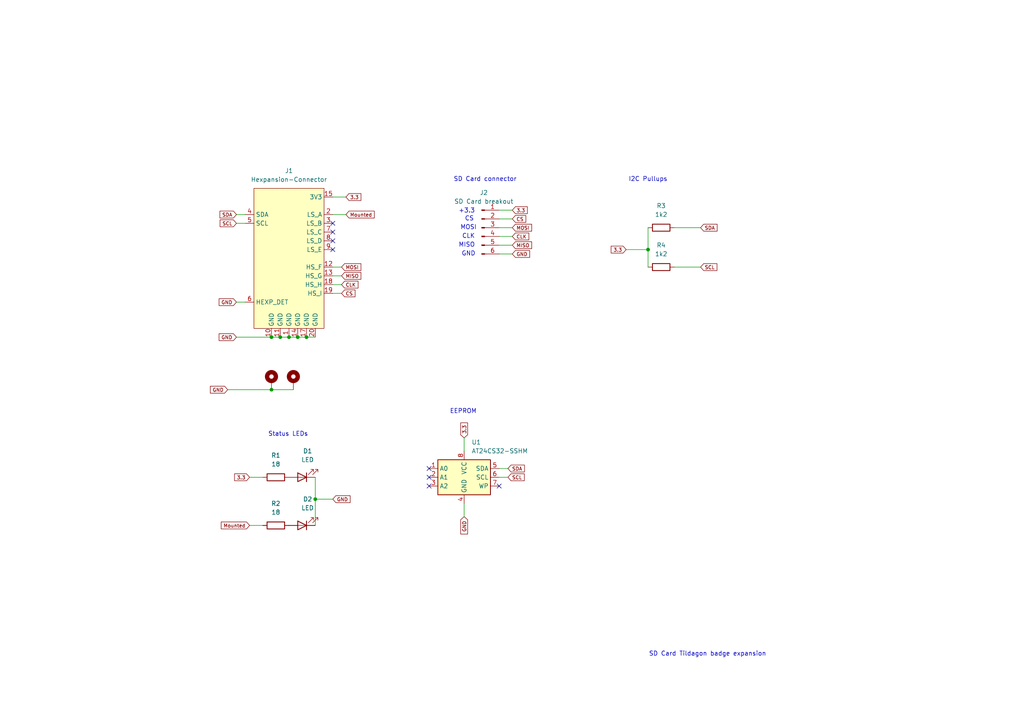
<source format=kicad_sch>
(kicad_sch (version 20250114) (generator "eeschema") (generator_version "9.0")
  (paper "A4")
  (lib_symbols
    (symbol "Connector:Conn_01x06_Pin" (pin_names (offset 1.016) (hide yes))
      (property "Reference" "J" (at 0 7.62 0))
      (property "Value" "Conn_01x06_Pin" (at 0 -10.16 0))
      (symbol "Conn_01x06_Pin_1_1"
        (rectangle (start 0.8636 5.207) (end 0 4.953) (stroke (width 0.1524)) (fill (type outline)))
        (rectangle (start 0.8636 2.667) (end 0 2.413) (stroke (width 0.1524)) (fill (type outline)))
        (rectangle (start 0.8636 0.127) (end 0 -0.127) (stroke (width 0.1524)) (fill (type outline)))
        (rectangle (start 0.8636 -2.413) (end 0 -2.667) (stroke (width 0.1524)) (fill (type outline)))
        (rectangle (start 0.8636 -4.953) (end 0 -5.207) (stroke (width 0.1524)) (fill (type outline)))
        (rectangle (start 0.8636 -7.493) (end 0 -7.747) (stroke (width 0.1524)) (fill (type outline)))
        (polyline (pts (xy 1.27 5.08) (xy 0.8636 5.08)) (stroke (width 0.1524)))
        (polyline (pts (xy 1.27 2.54) (xy 0.8636 2.54)) (stroke (width 0.1524)))
        (polyline (pts (xy 1.27 0) (xy 0.8636 0)) (stroke (width 0.1524)))
        (polyline (pts (xy 1.27 -2.54) (xy 0.8636 -2.54)) (stroke (width 0.1524)))
        (polyline (pts (xy 1.27 -5.08) (xy 0.8636 -5.08)) (stroke (width 0.1524)))
        (polyline (pts (xy 1.27 -7.62) (xy 0.8636 -7.62)) (stroke (width 0.1524)))
        (pin passive line (at 5.08 5.08 180) (length 3.81) (name "Pin_1") (number "1"))
        (pin passive line (at 5.08 2.54 180) (length 3.81) (name "Pin_2") (number "2"))
        (pin passive line (at 5.08 0 180) (length 3.81) (name "Pin_3") (number "3"))
        (pin passive line (at 5.08 -2.54 180) (length 3.81) (name "Pin_4") (number "4"))
        (pin passive line (at 5.08 -5.08 180) (length 3.81) (name "Pin_5") (number "5"))
        (pin passive line (at 5.08 -7.62 180) (length 3.81) (name "Pin_6") (number "6"))
      )
    )
    (symbol "Device:LED" (pin_numbers (hide yes)) (pin_names (offset 1.016) (hide yes))
      (property "Reference" "D" (at 0 2.54 0))
      (property "Value" "LED" (at 0 -2.54 0))
      (symbol "LED_0_1"
        (polyline (pts (xy -3.048 -0.762) (xy -4.572 -2.286) (xy -3.81 -2.286) (xy -4.572 -2.286) (xy -4.572 -1.524)))
        (polyline (pts (xy -1.778 -0.762) (xy -3.302 -2.286) (xy -2.54 -2.286) (xy -3.302 -2.286) (xy -3.302 -1.524)))
        (polyline (pts (xy -1.27 0) (xy 1.27 0)))
        (polyline (pts (xy -1.27 -1.27) (xy -1.27 1.27)) (stroke (width 0.254)))
        (polyline (pts (xy 1.27 -1.27) (xy 1.27 1.27) (xy -1.27 0) (xy 1.27 -1.27)) (stroke (width 0.254)))
      )
      (symbol "LED_1_1"
        (pin passive line (at -3.81 0 0) (length 2.54) (name "K") (number "1"))
        (pin passive line (at 3.81 0 180) (length 2.54) (name "A") (number "2"))
      )
    )
    (symbol "Device:R" (pin_numbers (hide yes)) (pin_names (offset 0))
      (property "Reference" "R" (at 2.032 0 90))
      (property "Value" "R" (at 0 0 90))
      (symbol "R_0_1"
        (rectangle (start -1.016 -2.54) (end 1.016 2.54) (stroke (width 0.254)))
      )
      (symbol "R_1_1"
        (pin passive line (at 0 3.81 270) (length 1.27) (name "~") (number "1"))
        (pin passive line (at 0 -3.81 90) (length 1.27) (name "~") (number "2"))
      )
    )
    (symbol "Mechanical:MountingHole_Pad" (pin_numbers (hide yes)) (pin_names (offset 1.016) (hide yes))
      (property "Reference" "H" (at 0 6.35 0))
      (property "Value" "MountingHole_Pad" (at 0 4.445 0))
      (symbol "MountingHole_Pad_0_1"
        (circle (center 0 1.27) (radius 1.27) (stroke (width 1.27)))
      )
      (symbol "MountingHole_Pad_1_1"
        (pin input line (at 0 -2.54 90) (length 2.54) (name "1") (number "1"))
      )
    )
    (symbol "Memory_EEPROM:AT24CS32-SSHM"
      (property "Reference" "U" (at -7.62 6.35 0))
      (property "Value" "AT24CS32-SSHM" (at 2.54 -6.35 0))
      (symbol "AT24CS32-SSHM_1_1"
        (rectangle (start -7.62 5.08) (end 7.62 -5.08) (stroke (width 0.254)) (fill (type background)))
        (pin input line (at -10.16 2.54 0) (length 2.54) (name "A0") (number "1"))
        (pin input line (at -10.16 0 0) (length 2.54) (name "A1") (number "2"))
        (pin input line (at -10.16 -2.54 0) (length 2.54) (name "A2") (number "3"))
        (pin power_in line (at 0 7.62 270) (length 2.54) (name "VCC") (number "8"))
        (pin power_in line (at 0 -7.62 90) (length 2.54) (name "GND") (number "4"))
        (pin bidirectional line (at 10.16 2.54 180) (length 2.54) (name "SDA") (number "5"))
        (pin input line (at 10.16 0 180) (length 2.54) (name "SCL") (number "6"))
        (pin input line (at 10.16 -2.54 180) (length 2.54) (name "WP") (number "7"))
      )
    )
    (symbol "tildagon:hexpansion-edge-connector" (in_bom no)
      (property "Reference" "J" (at -6.35 17.78 0))
      (property "Value" "Hexpansion-Connector" (at 0 21.59 0))
      (symbol "hexpansion-edge-connector_1_1"
        (rectangle (start -10.16 20.32) (end 10.16 -20.32) (fill (type background)))
        (pin bidirectional line (at -12.7 12.7 0) (length 2.54) (name "SDA") (number "4"))
        (pin output line (at -12.7 10.16 0) (length 2.54) (name "SCL") (number "5"))
        (pin bidirectional line (at -12.7 -12.7 0) (length 2.54) (name "HEXP_DET") (number "6"))
        (pin passive line (at -5.08 -22.86 90) (length 2.54) (name "GND") (number "10"))
        (pin passive line (at -2.54 -22.86 90) (length 2.54) (name "GND") (number "11"))
        (pin power_out line (at 0 -22.86 90) (length 2.54) (name "GND") (number "1"))
        (pin passive line (at 2.54 -22.86 90) (length 2.54) (name "GND") (number "14"))
        (pin passive line (at 5.08 -22.86 90) (length 2.54) (name "GND") (number "17"))
        (pin passive line (at 7.62 -22.86 90) (length 2.54) (name "GND") (number "20"))
        (pin power_out line (at 12.7 17.78 180) (length 2.54) (name "3V3") (number "15"))
        (pin passive line (at 12.7 17.78 180) (length 2.54) (hide yes) (name "3V3") (number "16"))
        (pin bidirectional line (at 12.7 12.7 180) (length 2.54) (name "LS_A") (number "2"))
        (pin bidirectional line (at 12.7 10.16 180) (length 2.54) (name "LS_B") (number "3"))
        (pin bidirectional line (at 12.7 7.62 180) (length 2.54) (name "LS_C") (number "7"))
        (pin bidirectional line (at 12.7 5.08 180) (length 2.54) (name "LS_D") (number "8"))
        (pin bidirectional line (at 12.7 2.54 180) (length 2.54) (name "LS_E") (number "9"))
        (pin bidirectional line (at 12.7 -2.54 180) (length 2.54) (name "HS_F") (number "12"))
        (pin bidirectional line (at 12.7 -5.08 180) (length 2.54) (name "HS_G") (number "13"))
        (pin bidirectional line (at 12.7 -7.62 180) (length 2.54) (name "HS_H") (number "18"))
        (pin bidirectional line (at 12.7 -10.16 180) (length 2.54) (name "HS_I") (number "19"))
      )
    )
  )
  (text "+3.3" (at 135.382 61.214 0) (effects (font (size 1.27 1.27))))
  (text "SD Card connector" (at 140.716 52.07 0) (effects (font (size 1.27 1.27))))
  (text "SD Card Tildagon badge expansion" (at 205.232 189.738 0) (effects (font (size 1.27 1.27))))
  (text "Status LEDs" (at 83.566 125.984 0) (effects (font (size 1.27 1.27))))
  (text "CS" (at 136.144 63.5 0) (effects (font (size 1.27 1.27))))
  (text "I2C Pullups" (at 187.96 52.07 0) (effects (font (size 1.27 1.27))))
  (text "CLK" (at 135.89 68.58 0) (effects (font (size 1.27 1.27))))
  (text "EEPROM" (at 134.366 119.38 0) (effects (font (size 1.27 1.27))))
  (text "GND" (at 135.89 73.66 0) (effects (font (size 1.27 1.27))))
  (text "MISO" (at 135.382 71.12 0) (effects (font (size 1.27 1.27))))
  (text "MOSI" (at 135.89 66.04 0) (effects (font (size 1.27 1.27))))
  (junction (at 88.9 97.79))
  (junction (at 81.28 97.79))
  (junction (at 86.36 97.79))
  (junction (at 83.82 97.79))
  (junction (at 78.74 97.79))
  (junction (at 91.44 144.78))
  (junction (at 187.96 72.39))
  (junction (at 78.74 113.03))
  (no_connect (at 96.52 64.77))
  (no_connect (at 144.78 140.97))
  (no_connect (at 96.52 67.31))
  (no_connect (at 96.52 69.85))
  (no_connect (at 124.46 140.97))
  (no_connect (at 96.52 72.39))
  (no_connect (at 124.46 135.89))
  (no_connect (at 124.46 138.43))
  (wire (pts (xy 68.58 64.77) (xy 71.12 64.77)))
  (wire (pts (xy 78.74 113.03) (xy 85.09 113.03)))
  (wire (pts (xy 81.28 97.79) (xy 83.82 97.79)))
  (wire (pts (xy 96.52 62.23) (xy 100.33 62.23)))
  (wire (pts (xy 96.52 80.01) (xy 99.06 80.01)))
  (wire (pts (xy 83.82 97.79) (xy 86.36 97.79)))
  (wire (pts (xy 86.36 97.79) (xy 88.9 97.79)))
  (wire (pts (xy 96.52 77.47) (xy 99.06 77.47)))
  (wire (pts (xy 144.78 63.5) (xy 148.59 63.5)))
  (wire (pts (xy 195.58 77.47) (xy 203.2 77.47)))
  (wire (pts (xy 134.62 146.05) (xy 134.62 149.86)))
  (wire (pts (xy 91.44 144.78) (xy 91.44 152.4)))
  (wire (pts (xy 91.44 138.43) (xy 91.44 144.78)))
  (wire (pts (xy 181.61 72.39) (xy 187.96 72.39)))
  (wire (pts (xy 68.58 87.63) (xy 71.12 87.63)))
  (wire (pts (xy 144.78 73.66) (xy 148.59 73.66)))
  (wire (pts (xy 96.52 57.15) (xy 100.33 57.15)))
  (wire (pts (xy 144.78 66.04) (xy 148.59 66.04)))
  (wire (pts (xy 187.96 72.39) (xy 187.96 77.47)))
  (wire (pts (xy 144.78 60.96) (xy 148.59 60.96)))
  (wire (pts (xy 144.78 135.89) (xy 147.32 135.89)))
  (wire (pts (xy 144.78 71.12) (xy 148.59 71.12)))
  (wire (pts (xy 134.62 127) (xy 134.62 130.81)))
  (wire (pts (xy 144.78 138.43) (xy 147.32 138.43)))
  (wire (pts (xy 91.44 144.78) (xy 96.52 144.78)))
  (wire (pts (xy 72.39 152.4) (xy 76.2 152.4)))
  (wire (pts (xy 72.39 138.43) (xy 76.2 138.43)))
  (wire (pts (xy 195.58 66.04) (xy 203.2 66.04)))
  (wire (pts (xy 187.96 66.04) (xy 187.96 72.39)))
  (wire (pts (xy 96.52 82.55) (xy 99.06 82.55)))
  (wire (pts (xy 66.04 113.03) (xy 78.74 113.03)))
  (wire (pts (xy 68.58 97.79) (xy 78.74 97.79)))
  (wire (pts (xy 68.58 62.23) (xy 71.12 62.23)))
  (wire (pts (xy 96.52 85.09) (xy 99.06 85.09)))
  (wire (pts (xy 144.78 68.58) (xy 148.59 68.58)))
  (wire (pts (xy 88.9 97.79) (xy 91.44 97.79)))
  (wire (pts (xy 78.74 97.79) (xy 81.28 97.79)))
  (global_label "MISO" (shape input) (at 148.59 71.12 0) (effects (font (size 1.016 1.016))) (property "Intersheetrefs" "${INTERSHEET_REFS}" (effects (hide yes))))
  (global_label "CLK" (shape input) (at 99.06 82.55 0) (effects (font (size 1.016 1.016))) (property "Intersheetrefs" "${INTERSHEET_REFS}" (effects (hide yes))))
  (global_label "GND" (shape input) (at 68.58 87.63 180) (effects (font (size 1.016 1.016))) (property "Intersheetrefs" "${INTERSHEET_REFS}" (effects (hide yes))))
  (global_label "SDA" (shape input) (at 203.2 66.04 0) (effects (font (size 1.016 1.016))) (property "Intersheetrefs" "${INTERSHEET_REFS}" (effects (hide yes))))
  (global_label "CLK" (shape input) (at 148.59 68.58 0) (effects (font (size 1.016 1.016))) (property "Intersheetrefs" "${INTERSHEET_REFS}" (effects (hide yes))))
  (global_label "Mounted" (shape input) (at 100.33 62.23 0) (effects (font (size 1.016 1.016))) (property "Intersheetrefs" "${INTERSHEET_REFS}" (effects (hide yes))))
  (global_label "SCL" (shape input) (at 68.58 64.77 180) (effects (font (size 1.016 1.016))) (property "Intersheetrefs" "${INTERSHEET_REFS}" (effects (hide yes))))
  (global_label "SCL" (shape input) (at 203.2 77.47 0) (effects (font (size 1.016 1.016))) (property "Intersheetrefs" "${INTERSHEET_REFS}" (effects (hide yes))))
  (global_label "SCL" (shape input) (at 147.32 138.43 0) (effects (font (size 1.016 1.016))) (property "Intersheetrefs" "${INTERSHEET_REFS}" (effects (hide yes))))
  (global_label "CS" (shape input) (at 148.59 63.5 0) (effects (font (size 1.016 1.016))) (property "Intersheetrefs" "${INTERSHEET_REFS}" (effects (hide yes))))
  (global_label "3.3" (shape input) (at 148.59 60.96 0) (effects (font (size 1.016 1.016))) (property "Intersheetrefs" "${INTERSHEET_REFS}" (effects (hide yes))))
  (global_label "GND" (shape input) (at 96.52 144.78 0) (effects (font (size 1.016 1.016))) (property "Intersheetrefs" "${INTERSHEET_REFS}" (effects (hide yes))))
  (global_label "GND" (shape input) (at 68.58 97.79 180) (effects (font (size 1.016 1.016))) (property "Intersheetrefs" "${INTERSHEET_REFS}" (effects (hide yes))))
  (global_label "SDA" (shape input) (at 68.58 62.23 180) (effects (font (size 1.016 1.016))) (property "Intersheetrefs" "${INTERSHEET_REFS}" (effects (hide yes))))
  (global_label "GND" (shape input) (at 134.62 149.86 270) (effects (font (size 1.016 1.016))) (property "Intersheetrefs" "${INTERSHEET_REFS}" (effects (hide yes))))
  (global_label "MOSI" (shape input) (at 148.59 66.04 0) (effects (font (size 1.016 1.016))) (property "Intersheetrefs" "${INTERSHEET_REFS}" (effects (hide yes))))
  (global_label "GND" (shape input) (at 148.59 73.66 0) (effects (font (size 1.016 1.016))) (property "Intersheetrefs" "${INTERSHEET_REFS}" (effects (hide yes))))
  (global_label "3.3" (shape input) (at 181.61 72.39 180) (effects (font (size 1.016 1.016))) (property "Intersheetrefs" "${INTERSHEET_REFS}" (effects (hide yes))))
  (global_label "CS" (shape input) (at 99.06 85.09 0) (effects (font (size 1.016 1.016))) (property "Intersheetrefs" "${INTERSHEET_REFS}" (effects (hide yes))))
  (global_label "SDA" (shape input) (at 147.32 135.89 0) (effects (font (size 1.016 1.016))) (property "Intersheetrefs" "${INTERSHEET_REFS}" (effects (hide yes))))
  (global_label "GND" (shape input) (at 66.04 113.03 180) (effects (font (size 1.016 1.016))) (property "Intersheetrefs" "${INTERSHEET_REFS}" (effects (hide yes))))
  (global_label "3.3" (shape input) (at 134.62 127 90) (effects (font (size 1.016 1.016))) (property "Intersheetrefs" "${INTERSHEET_REFS}" (effects (hide yes))))
  (global_label "MISO" (shape input) (at 99.06 80.01 0) (effects (font (size 1.016 1.016))) (property "Intersheetrefs" "${INTERSHEET_REFS}" (effects (hide yes))))
  (global_label "Mounted" (shape input) (at 72.39 152.4 180) (effects (font (size 1.016 1.016))) (property "Intersheetrefs" "${INTERSHEET_REFS}" (effects (hide yes))))
  (global_label "MOSI" (shape input) (at 99.06 77.47 0) (effects (font (size 1.016 1.016))) (property "Intersheetrefs" "${INTERSHEET_REFS}" (effects (hide yes))))
  (global_label "3.3" (shape input) (at 72.39 138.43 180) (effects (font (size 1.016 1.016))) (property "Intersheetrefs" "${INTERSHEET_REFS}" (effects (hide yes))))
  (global_label "3.3" (shape input) (at 100.33 57.15 0) (effects (font (size 1.016 1.016))) (property "Intersheetrefs" "${INTERSHEET_REFS}" (effects (hide yes))))
  (symbol (lib_id "Device:R") (at 80.01 138.43 90) (unit 1)
    (property "Reference" "R1" (at 80.01 132.08 90))
    (property "Value" "18" (at 80.01 134.62 90))
    (property "Footprint" "Resistor_SMD:R_0603_1608Metric" (effects (hide yes)))
  )
  (symbol (lib_id "Device:R") (at 80.01 152.4 90) (unit 1)
    (property "Reference" "R2" (at 80.01 146.05 90))
    (property "Value" "18" (at 80.01 148.59 90))
    (property "Footprint" "Resistor_SMD:R_0603_1608Metric" (effects (hide yes)))
  )
  (symbol (lib_id "Mechanical:MountingHole_Pad") (at 78.74 110.49 0) (unit 1)
    (property "Reference" "H1" (effects (hide yes)))
    (property "Value" "MountingHole_Pad" (effects (hide yes)))
    (property "Footprint" "MountingHole:MountingHole_2.2mm_M2_Pad_Via" (effects (hide yes)))
  )
  (symbol (lib_id "Device:LED") (at 87.63 138.43 180) (unit 1)
    (property "Reference" "D1" (at 89.2175 130.81 0))
    (property "Value" "LED" (at 89.2175 133.35 0))
    (property "Footprint" "LED_SMD:LED_0805_2012Metric" (effects (hide yes)))
  )
  (symbol (lib_id "Connector:Conn_01x06_Pin") (at 139.7 66.04 0) (unit 1)
    (property "Reference" "J2" (at 140.335 55.88 0))
    (property "Value" "SD Card breakout" (at 140.335 58.42 0))
    (property "Footprint" "Connector_PinHeader_2.54mm:PinHeader_1x06_P2.54mm_Vertical" (effects (hide yes)))
    (property "Description" "Generic connector, single row, 01x06, script generated" (effects (hide yes)))
  )
  (symbol (lib_id "Mechanical:MountingHole_Pad") (at 85.09 110.49 0) (unit 1)
    (property "Reference" "H2" (effects (hide yes)))
    (property "Value" "MountingHole_Pad" (effects (hide yes)))
    (property "Footprint" "MountingHole:MountingHole_2.2mm_M2_Pad_Via" (effects (hide yes)))
  )
  (symbol (lib_id "tildagon:hexpansion-edge-connector") (at 83.82 74.93 0) (unit 1) (exclude_from_sim yes) (in_bom no)
    (property "Reference" "J1" (at 83.82 49.53 0))
    (property "Value" "Hexpansion-Connector" (at 83.82 52.07 0))
    (property "Footprint" "tildagon:hexpansion-edge-connector" (effects (hide yes)))
  )
  (symbol (lib_id "Memory_EEPROM:AT24CS32-SSHM") (at 134.62 138.43 0) (unit 1)
    (property "Reference" "U1" (at 136.7633 128.27 0) (effects (justify left)))
    (property "Value" "AT24CS32-SSHM" (at 136.7633 130.81 0) (effects (justify left)))
    (property "Footprint" "Package_SO:SOIC-8_3.9x4.9mm_P1.27mm" (effects (hide yes)))
    (property "Datasheet" "http://ww1.microchip.com/downloads/en/DeviceDoc/Atmel-8869-SEEPROM-AT24CS32-Datasheet.pdf" (effects (hide yes)))
    (property "Description" "I2C Serial EEPROM, 32Kb (4096x8) with Unique Serial Number, SO8" (effects (hide yes)))
  )
  (symbol (lib_id "Device:LED") (at 87.63 152.4 180) (unit 1)
    (property "Reference" "D2" (at 89.2175 144.78 0))
    (property "Value" "LED" (at 89.2175 147.32 0))
    (property "Footprint" "LED_SMD:LED_0805_2012Metric" (effects (hide yes)))
  )
  (symbol (lib_id "Device:R") (at 191.77 66.04 90) (unit 1)
    (property "Reference" "R3" (at 191.77 59.69 90))
    (property "Value" "1k2" (at 191.77 62.23 90))
    (property "Footprint" "Resistor_SMD:R_0603_1608Metric" (effects (hide yes)))
  )
  (symbol (lib_id "Device:R") (at 191.77 77.47 90) (unit 1)
    (property "Reference" "R4" (at 191.77 71.12 90))
    (property "Value" "1k2" (at 191.77 73.66 90))
    (property "Footprint" "Resistor_SMD:R_0603_1608Metric" (effects (hide yes)))
  )
)
</source>
